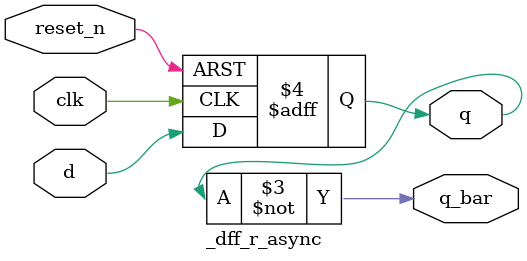
<source format=v>
module _dff_r_async(clk, reset_n, d, q, q_bar);
	input clk, reset_n, d;
	output q, q_bar;
	reg q;

	
	always @(posedge clk or negedge reset_n) begin
	if(reset_n==0)	q<=1'b0;
	else	q<=d;
	end
	
	assign q_bar = ~q;
	
endmodule 
</source>
